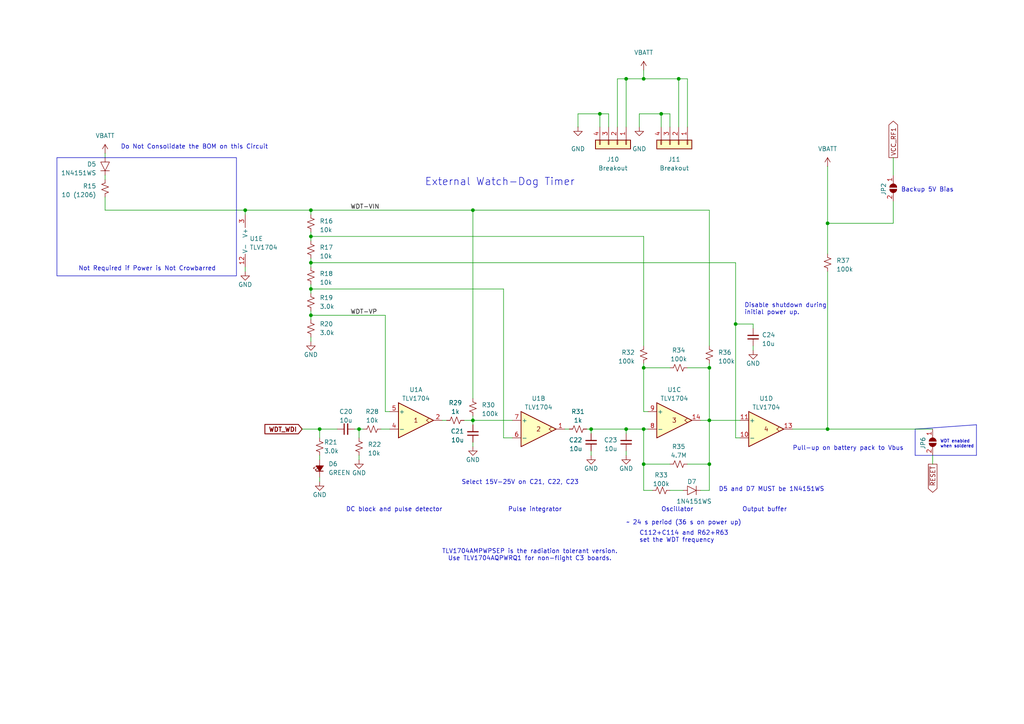
<source format=kicad_sch>
(kicad_sch (version 20250114) (generator "eeschema") (generator_version "9.0")
  (paper "A4")
  (lib_symbols
    (symbol "Connector_Generic:Conn_01x04" (pin_names (offset 1.016) (hide yes))
      (property "Reference" "J" (at 0 5.08 0))
      (property "Value" "Conn_01x04" (at 0 -7.62 0))
      (symbol "Conn_01x04_1_1"
        (rectangle (start -1.27 3.81) (end 1.27 -6.35) (stroke (width 0.254)) (fill (type background)))
        (rectangle (start -1.27 2.667) (end 0 2.413) (stroke (width 0.1524)))
        (rectangle (start -1.27 0.127) (end 0 -0.127) (stroke (width 0.1524)))
        (rectangle (start -1.27 -2.413) (end 0 -2.667) (stroke (width 0.1524)))
        (rectangle (start -1.27 -4.953) (end 0 -5.207) (stroke (width 0.1524)))
        (pin passive line (at -5.08 2.54 0) (length 3.81) (name "Pin_1") (number "1"))
        (pin passive line (at -5.08 0 0) (length 3.81) (name "Pin_2") (number "2"))
        (pin passive line (at -5.08 -2.54 0) (length 3.81) (name "Pin_3") (number "3"))
        (pin passive line (at -5.08 -5.08 0) (length 3.81) (name "Pin_4") (number "4"))
      )
    )
    (symbol "Device:C_Small" (pin_numbers (hide yes)) (pin_names (offset 0.254) (hide yes))
      (property "Reference" "C" (at 0.254 1.778 0))
      (property "Value" "C_Small" (at 0.254 -2.032 0))
      (symbol "C_Small_0_1"
        (polyline (pts (xy -1.524 0.508) (xy 1.524 0.508)) (stroke (width 0.3048)))
        (polyline (pts (xy -1.524 -0.508) (xy 1.524 -0.508)) (stroke (width 0.3302)))
      )
      (symbol "C_Small_1_1"
        (pin passive line (at 0 2.54 270) (length 2.032) (name "~") (number "1"))
        (pin passive line (at 0 -2.54 90) (length 2.032) (name "~") (number "2"))
      )
    )
    (symbol "Device:LED_Small_Filled" (pin_numbers (hide yes)) (pin_names (offset 0.254) (hide yes))
      (property "Reference" "D" (at -1.27 3.175 0))
      (property "Value" "LED_Small_Filled" (at -4.445 -2.54 0))
      (symbol "LED_Small_Filled_0_1"
        (polyline (pts (xy -0.762 -1.016) (xy -0.762 1.016)) (stroke (width 0.254)))
        (polyline (pts (xy 0 0.762) (xy -0.508 1.27) (xy -0.254 1.27) (xy -0.508 1.27) (xy -0.508 1.016)))
        (polyline (pts (xy 0.508 1.27) (xy 0 1.778) (xy 0.254 1.778) (xy 0 1.778) (xy 0 1.524)))
        (polyline (pts (xy 0.762 -1.016) (xy -0.762 0) (xy 0.762 1.016) (xy 0.762 -1.016)) (stroke (width 0.254)) (fill (type outline)))
        (polyline (pts (xy 1.016 0) (xy -0.762 0)))
      )
      (symbol "LED_Small_Filled_1_1"
        (pin passive line (at -2.54 0 0) (length 1.778) (name "K") (number "1"))
        (pin passive line (at 2.54 0 180) (length 1.778) (name "A") (number "2"))
      )
    )
    (symbol "Device:R_Small_US" (pin_numbers (hide yes)) (pin_names (offset 0.254) (hide yes))
      (property "Reference" "R" (at 0.762 0.508 0))
      (property "Value" "R_Small_US" (at 0.762 -1.016 0))
      (symbol "R_Small_US_1_1"
        (polyline (pts (xy 0 1.524) (xy 1.016 1.143) (xy 0 0.762) (xy -1.016 0.381) (xy 0 0)))
        (polyline (pts (xy 0 0) (xy 1.016 -0.381) (xy 0 -0.762) (xy -1.016 -1.143) (xy 0 -1.524)))
        (pin passive line (at 0 2.54 270) (length 1.016) (name "~") (number "1"))
        (pin passive line (at 0 -2.54 90) (length 1.016) (name "~") (number "2"))
      )
    )
    (symbol "GND_1" (power) (pin_numbers (hide yes)) (pin_names (offset 0) (hide yes))
      (property "Value" "GND" (at 0 -3.81 0))
      (symbol "GND_1_0_1"
        (polyline (pts (xy 0 0) (xy 0 -1.27) (xy 1.27 -1.27) (xy 0 -2.54) (xy -1.27 -1.27) (xy 0 -1.27)))
      )
      (symbol "GND_1_1_1"
        (pin power_in line (at 0 0 270) (length 0) (name "~") (number "1"))
      )
    )
    (symbol "Jumper:SolderJumper_2_Open" (pin_names (offset 0) (hide yes))
      (property "Reference" "JP" (at 0 2.032 0))
      (property "Value" "SolderJumper_2_Open" (at 0 -2.54 0))
      (symbol "SolderJumper_2_Open_0_1"
        (polyline (pts (xy -0.254 1.016) (xy -0.254 -1.016)))
        (arc (start -0.254 -1.016) (mid -1.2656 0) (end -0.254 1.016))
        (arc (start -0.254 -1.016) (mid -1.2656 0) (end -0.254 1.016) (fill (type outline)))
        (arc (start 0.254 1.016) (mid 1.2656 0) (end 0.254 -1.016))
        (arc (start 0.254 1.016) (mid 1.2656 0) (end 0.254 -1.016) (fill (type outline)))
        (polyline (pts (xy 0.254 1.016) (xy 0.254 -1.016)))
      )
      (symbol "SolderJumper_2_Open_1_1"
        (pin passive line (at -3.81 0 0) (length 2.54) (name "A") (number "1"))
        (pin passive line (at 3.81 0 180) (length 2.54) (name "B") (number "2"))
      )
    )
    (symbol "TLV1704AIPWR_1" (pin_names (offset 0.127))
      (property "Reference" "U" (at 0 5.08 0))
      (property "Value" "TLV1704AIPWR" (at 0 -5.08 0))
      (symbol "TLV1704AIPWR_1_1_1"
        (polyline (pts (xy -5.08 5.08) (xy 5.08 0) (xy -5.08 -5.08) (xy -5.08 5.08)) (stroke (width 0.254)) (fill (type background)))
        (polyline (pts (xy 3.048 0) (xy 3.81 -0.635)))
        (polyline (pts (xy 3.81 0.635) (xy 3.048 0)))
        (text "1" (at 0 0 0) (effects (font (size 1.27 1.27))))
        (pin input line (at -7.62 2.54 0) (length 2.54) (name "+") (number "5"))
        (pin input line (at -7.62 -2.54 0) (length 2.54) (name "-") (number "4"))
        (pin open_collector line (at 7.62 0 180) (length 2.54) (name "~") (number "2"))
      )
      (symbol "TLV1704AIPWR_1_2_1"
        (polyline (pts (xy -5.08 5.08) (xy 5.08 0) (xy -5.08 -5.08) (xy -5.08 5.08)) (stroke (width 0.254)) (fill (type background)))
        (polyline (pts (xy 3.048 0) (xy 3.81 -0.635)))
        (polyline (pts (xy 3.81 0.635) (xy 3.048 0)))
        (text "2" (at 0 0 0) (effects (font (size 1.27 1.27))))
        (pin input line (at -7.62 2.54 0) (length 2.54) (name "+") (number "7"))
        (pin input line (at -7.62 -2.54 0) (length 2.54) (name "-") (number "6"))
        (pin open_collector line (at 7.62 0 180) (length 2.54) (name "~") (number "1"))
      )
      (symbol "TLV1704AIPWR_1_3_1"
        (polyline (pts (xy -5.08 5.08) (xy 5.08 0) (xy -5.08 -5.08) (xy -5.08 5.08)) (stroke (width 0.254)) (fill (type background)))
        (polyline (pts (xy 3.048 0) (xy 3.81 -0.635)))
        (polyline (pts (xy 3.81 0.635) (xy 3.048 0)))
        (text "3" (at 0 0 0) (effects (font (size 1.27 1.27))))
        (pin input line (at -7.62 2.54 0) (length 2.54) (name "+") (number "9"))
        (pin input line (at -7.62 -2.54 0) (length 2.54) (name "-") (number "8"))
        (pin open_collector line (at 7.62 0 180) (length 2.54) (name "~") (number "14"))
      )
      (symbol "TLV1704AIPWR_1_4_1"
        (polyline (pts (xy -5.08 5.08) (xy 5.08 0) (xy -5.08 -5.08) (xy -5.08 5.08)) (stroke (width 0.254)) (fill (type background)))
        (polyline (pts (xy 3.048 0) (xy 3.81 -0.635)))
        (polyline (pts (xy 3.81 0.635) (xy 3.048 0)))
        (text "4" (at 0 0 0) (effects (font (size 1.27 1.27))))
        (pin input line (at -7.62 2.54 0) (length 2.54) (name "+") (number "11"))
        (pin input line (at -7.62 -2.54 0) (length 2.54) (name "-") (number "10"))
        (pin open_collector line (at 7.62 0 180) (length 2.54) (name "~") (number "13"))
      )
      (symbol "TLV1704AIPWR_1_5_1"
        (pin power_in line (at -2.54 7.62 270) (length 3.81) (name "V+") (number "3"))
        (pin power_in line (at -2.54 -7.62 90) (length 3.81) (name "V-") (number "12"))
      )
    )
    (symbol "TLV1704AIPWR_2" (pin_names (offset 0.127))
      (property "Reference" "U" (at 0 5.08 0))
      (property "Value" "TLV1704AIPWR" (at 0 -5.08 0))
      (symbol "TLV1704AIPWR_2_1_1"
        (polyline (pts (xy -5.08 5.08) (xy 5.08 0) (xy -5.08 -5.08) (xy -5.08 5.08)) (stroke (width 0.254)) (fill (type background)))
        (polyline (pts (xy 3.048 0) (xy 3.81 -0.635)))
        (polyline (pts (xy 3.81 0.635) (xy 3.048 0)))
        (text "1" (at 0 0 0) (effects (font (size 1.27 1.27))))
        (pin input line (at -7.62 2.54 0) (length 2.54) (name "+") (number "5"))
        (pin input line (at -7.62 -2.54 0) (length 2.54) (name "-") (number "4"))
        (pin open_collector line (at 7.62 0 180) (length 2.54) (name "~") (number "2"))
      )
      (symbol "TLV1704AIPWR_2_2_1"
        (polyline (pts (xy -5.08 5.08) (xy 5.08 0) (xy -5.08 -5.08) (xy -5.08 5.08)) (stroke (width 0.254)) (fill (type background)))
        (polyline (pts (xy 3.048 0) (xy 3.81 -0.635)))
        (polyline (pts (xy 3.81 0.635) (xy 3.048 0)))
        (text "2" (at 0 0 0) (effects (font (size 1.27 1.27))))
        (pin input line (at -7.62 2.54 0) (length 2.54) (name "+") (number "7"))
        (pin input line (at -7.62 -2.54 0) (length 2.54) (name "-") (number "6"))
        (pin open_collector line (at 7.62 0 180) (length 2.54) (name "~") (number "1"))
      )
      (symbol "TLV1704AIPWR_2_3_1"
        (polyline (pts (xy -5.08 5.08) (xy 5.08 0) (xy -5.08 -5.08) (xy -5.08 5.08)) (stroke (width 0.254)) (fill (type background)))
        (polyline (pts (xy 3.048 0) (xy 3.81 -0.635)))
        (polyline (pts (xy 3.81 0.635) (xy 3.048 0)))
        (text "3" (at 0 0 0) (effects (font (size 1.27 1.27))))
        (pin input line (at -7.62 2.54 0) (length 2.54) (name "+") (number "9"))
        (pin input line (at -7.62 -2.54 0) (length 2.54) (name "-") (number "8"))
        (pin open_collector line (at 7.62 0 180) (length 2.54) (name "~") (number "14"))
      )
      (symbol "TLV1704AIPWR_2_4_1"
        (polyline (pts (xy -5.08 5.08) (xy 5.08 0) (xy -5.08 -5.08) (xy -5.08 5.08)) (stroke (width 0.254)) (fill (type background)))
        (polyline (pts (xy 3.048 0) (xy 3.81 -0.635)))
        (polyline (pts (xy 3.81 0.635) (xy 3.048 0)))
        (text "4" (at 0 0 0) (effects (font (size 1.27 1.27))))
        (pin input line (at -7.62 2.54 0) (length 2.54) (name "+") (number "11"))
        (pin input line (at -7.62 -2.54 0) (length 2.54) (name "-") (number "10"))
        (pin open_collector line (at 7.62 0 180) (length 2.54) (name "~") (number "13"))
      )
      (symbol "TLV1704AIPWR_2_5_1"
        (pin power_in line (at -2.54 7.62 270) (length 3.81) (name "V+") (number "3"))
        (pin power_in line (at -2.54 -7.62 90) (length 3.81) (name "V-") (number "12"))
      )
    )
    (symbol "TLV1704AIPWR_3" (pin_names (offset 0.127))
      (property "Reference" "U" (at 0 5.08 0))
      (property "Value" "TLV1704AIPWR" (at 0 -5.08 0))
      (symbol "TLV1704AIPWR_3_1_1"
        (polyline (pts (xy -5.08 5.08) (xy 5.08 0) (xy -5.08 -5.08) (xy -5.08 5.08)) (stroke (width 0.254)) (fill (type background)))
        (polyline (pts (xy 3.048 0) (xy 3.81 -0.635)))
        (polyline (pts (xy 3.81 0.635) (xy 3.048 0)))
        (text "1" (at 0 0 0) (effects (font (size 1.27 1.27))))
        (pin input line (at -7.62 2.54 0) (length 2.54) (name "+") (number "5"))
        (pin input line (at -7.62 -2.54 0) (length 2.54) (name "-") (number "4"))
        (pin open_collector line (at 7.62 0 180) (length 2.54) (name "~") (number "2"))
      )
      (symbol "TLV1704AIPWR_3_2_1"
        (polyline (pts (xy -5.08 5.08) (xy 5.08 0) (xy -5.08 -5.08) (xy -5.08 5.08)) (stroke (width 0.254)) (fill (type background)))
        (polyline (pts (xy 3.048 0) (xy 3.81 -0.635)))
        (polyline (pts (xy 3.81 0.635) (xy 3.048 0)))
        (text "2" (at 0 0 0) (effects (font (size 1.27 1.27))))
        (pin input line (at -7.62 2.54 0) (length 2.54) (name "+") (number "7"))
        (pin input line (at -7.62 -2.54 0) (length 2.54) (name "-") (number "6"))
        (pin open_collector line (at 7.62 0 180) (length 2.54) (name "~") (number "1"))
      )
      (symbol "TLV1704AIPWR_3_3_1"
        (polyline (pts (xy -5.08 5.08) (xy 5.08 0) (xy -5.08 -5.08) (xy -5.08 5.08)) (stroke (width 0.254)) (fill (type background)))
        (polyline (pts (xy 3.048 0) (xy 3.81 -0.635)))
        (polyline (pts (xy 3.81 0.635) (xy 3.048 0)))
        (text "3" (at 0 0 0) (effects (font (size 1.27 1.27))))
        (pin input line (at -7.62 2.54 0) (length 2.54) (name "+") (number "9"))
        (pin input line (at -7.62 -2.54 0) (length 2.54) (name "-") (number "8"))
        (pin open_collector line (at 7.62 0 180) (length 2.54) (name "~") (number "14"))
      )
      (symbol "TLV1704AIPWR_3_4_1"
        (polyline (pts (xy -5.08 5.08) (xy 5.08 0) (xy -5.08 -5.08) (xy -5.08 5.08)) (stroke (width 0.254)) (fill (type background)))
        (polyline (pts (xy 3.048 0) (xy 3.81 -0.635)))
        (polyline (pts (xy 3.81 0.635) (xy 3.048 0)))
        (text "4" (at 0 0 0) (effects (font (size 1.27 1.27))))
        (pin input line (at -7.62 2.54 0) (length 2.54) (name "+") (number "11"))
        (pin input line (at -7.62 -2.54 0) (length 2.54) (name "-") (number "10"))
        (pin open_collector line (at 7.62 0 180) (length 2.54) (name "~") (number "13"))
      )
      (symbol "TLV1704AIPWR_3_5_1"
        (pin power_in line (at -2.54 7.62 270) (length 3.81) (name "V+") (number "3"))
        (pin power_in line (at -2.54 -7.62 90) (length 3.81) (name "V-") (number "12"))
      )
    )
    (symbol "TLV1704AIPWR_4" (pin_names (offset 0.127))
      (property "Reference" "U" (at 0 5.08 0))
      (property "Value" "TLV1704AIPWR" (at 0 -5.08 0))
      (symbol "TLV1704AIPWR_4_1_1"
        (polyline (pts (xy -5.08 5.08) (xy 5.08 0) (xy -5.08 -5.08) (xy -5.08 5.08)) (stroke (width 0.254)) (fill (type background)))
        (polyline (pts (xy 3.048 0) (xy 3.81 -0.635)))
        (polyline (pts (xy 3.81 0.635) (xy 3.048 0)))
        (text "1" (at 0 0 0) (effects (font (size 1.27 1.27))))
        (pin input line (at -7.62 2.54 0) (length 2.54) (name "+") (number "5"))
        (pin input line (at -7.62 -2.54 0) (length 2.54) (name "-") (number "4"))
        (pin open_collector line (at 7.62 0 180) (length 2.54) (name "~") (number "2"))
      )
      (symbol "TLV1704AIPWR_4_2_1"
        (polyline (pts (xy -5.08 5.08) (xy 5.08 0) (xy -5.08 -5.08) (xy -5.08 5.08)) (stroke (width 0.254)) (fill (type background)))
        (polyline (pts (xy 3.048 0) (xy 3.81 -0.635)))
        (polyline (pts (xy 3.81 0.635) (xy 3.048 0)))
        (text "2" (at 0 0 0) (effects (font (size 1.27 1.27))))
        (pin input line (at -7.62 2.54 0) (length 2.54) (name "+") (number "7"))
        (pin input line (at -7.62 -2.54 0) (length 2.54) (name "-") (number "6"))
        (pin open_collector line (at 7.62 0 180) (length 2.54) (name "~") (number "1"))
      )
      (symbol "TLV1704AIPWR_4_3_1"
        (polyline (pts (xy -5.08 5.08) (xy 5.08 0) (xy -5.08 -5.08) (xy -5.08 5.08)) (stroke (width 0.254)) (fill (type background)))
        (polyline (pts (xy 3.048 0) (xy 3.81 -0.635)))
        (polyline (pts (xy 3.81 0.635) (xy 3.048 0)))
        (text "3" (at 0 0 0) (effects (font (size 1.27 1.27))))
        (pin input line (at -7.62 2.54 0) (length 2.54) (name "+") (number "9"))
        (pin input line (at -7.62 -2.54 0) (length 2.54) (name "-") (number "8"))
        (pin open_collector line (at 7.62 0 180) (length 2.54) (name "~") (number "14"))
      )
      (symbol "TLV1704AIPWR_4_4_1"
        (polyline (pts (xy -5.08 5.08) (xy 5.08 0) (xy -5.08 -5.08) (xy -5.08 5.08)) (stroke (width 0.254)) (fill (type background)))
        (polyline (pts (xy 3.048 0) (xy 3.81 -0.635)))
        (polyline (pts (xy 3.81 0.635) (xy 3.048 0)))
        (text "4" (at 0 0 0) (effects (font (size 1.27 1.27))))
        (pin input line (at -7.62 2.54 0) (length 2.54) (name "+") (number "11"))
        (pin input line (at -7.62 -2.54 0) (length 2.54) (name "-") (number "10"))
        (pin open_collector line (at 7.62 0 180) (length 2.54) (name "~") (number "13"))
      )
      (symbol "TLV1704AIPWR_4_5_1"
        (pin power_in line (at -2.54 7.62 270) (length 3.81) (name "V+") (number "3"))
        (pin power_in line (at -2.54 -7.62 90) (length 3.81) (name "V-") (number "12"))
      )
    )
    (symbol "oresat-diodes:1N4151WS-HE3" (pin_numbers (hide yes)) (pin_names (offset 0) (hide yes))
      (property "Reference" "D" (at 0 2.54 0))
      (property "Value" "1N4151WS" (at 0 -2.54 0))
      (symbol "1N4151WS-HE3_0_1"
        (polyline (pts (xy 1.27 0) (xy 1.27 1.27) (xy 1.27 -1.27) (xy 1.27 0) (xy -1.27 1.27) (xy -1.27 -1.27) (xy 1.27 0)))
      )
      (symbol "1N4151WS-HE3_1_1"
        (pin passive line (at -2.54 0 0) (length 1.27) (name "2") (number "2"))
        (pin passive line (at 2.54 0 180) (length 1.27) (name "1") (number "1"))
      )
    )
    (symbol "oresat-ics:TLV1704AIPWR" (pin_names (offset 0.127))
      (property "Reference" "U" (at 0 5.08 0))
      (property "Value" "TLV1704AIPWR" (at 0 -5.08 0))
      (symbol "TLV1704AIPWR_1_1"
        (polyline (pts (xy -5.08 5.08) (xy 5.08 0) (xy -5.08 -5.08) (xy -5.08 5.08)) (stroke (width 0.254)) (fill (type background)))
        (polyline (pts (xy 3.048 0) (xy 3.81 -0.635)))
        (polyline (pts (xy 3.81 0.635) (xy 3.048 0)))
        (text "1" (at 0 0 0) (effects (font (size 1.27 1.27))))
        (pin input line (at -7.62 2.54 0) (length 2.54) (name "+") (number "5"))
        (pin input line (at -7.62 -2.54 0) (length 2.54) (name "-") (number "4"))
        (pin open_collector line (at 7.62 0 180) (length 2.54) (name "~") (number "2"))
      )
      (symbol "TLV1704AIPWR_2_1"
        (polyline (pts (xy -5.08 5.08) (xy 5.08 0) (xy -5.08 -5.08) (xy -5.08 5.08)) (stroke (width 0.254)) (fill (type background)))
        (polyline (pts (xy 3.048 0) (xy 3.81 -0.635)))
        (polyline (pts (xy 3.81 0.635) (xy 3.048 0)))
        (text "2" (at 0 0 0) (effects (font (size 1.27 1.27))))
        (pin input line (at -7.62 2.54 0) (length 2.54) (name "+") (number "7"))
        (pin input line (at -7.62 -2.54 0) (length 2.54) (name "-") (number "6"))
        (pin open_collector line (at 7.62 0 180) (length 2.54) (name "~") (number "1"))
      )
      (symbol "TLV1704AIPWR_3_1"
        (polyline (pts (xy -5.08 5.08) (xy 5.08 0) (xy -5.08 -5.08) (xy -5.08 5.08)) (stroke (width 0.254)) (fill (type background)))
        (polyline (pts (xy 3.048 0) (xy 3.81 -0.635)))
        (polyline (pts (xy 3.81 0.635) (xy 3.048 0)))
        (text "3" (at 0 0 0) (effects (font (size 1.27 1.27))))
        (pin input line (at -7.62 2.54 0) (length 2.54) (name "+") (number "9"))
        (pin input line (at -7.62 -2.54 0) (length 2.54) (name "-") (number "8"))
        (pin open_collector line (at 7.62 0 180) (length 2.54) (name "~") (number "14"))
      )
      (symbol "TLV1704AIPWR_4_1"
        (polyline (pts (xy -5.08 5.08) (xy 5.08 0) (xy -5.08 -5.08) (xy -5.08 5.08)) (stroke (width 0.254)) (fill (type background)))
        (polyline (pts (xy 3.048 0) (xy 3.81 -0.635)))
        (polyline (pts (xy 3.81 0.635) (xy 3.048 0)))
        (text "4" (at 0 0 0) (effects (font (size 1.27 1.27))))
        (pin input line (at -7.62 2.54 0) (length 2.54) (name "+") (number "11"))
        (pin input line (at -7.62 -2.54 0) (length 2.54) (name "-") (number "10"))
        (pin open_collector line (at 7.62 0 180) (length 2.54) (name "~") (number "13"))
      )
      (symbol "TLV1704AIPWR_5_1"
        (pin power_in line (at -2.54 7.62 270) (length 3.81) (name "V+") (number "3"))
        (pin power_in line (at -2.54 -7.62 90) (length 3.81) (name "V-") (number "12"))
      )
    )
    (symbol "power:GND" (power) (pin_names (offset 0))
      (property "Value" "GND" (at 0 -3.81 0))
      (symbol "GND_0_1"
        (polyline (pts (xy 0 0) (xy 0 -1.27) (xy 1.27 -1.27) (xy 0 -2.54) (xy -1.27 -1.27) (xy 0 -1.27)))
      )
      (symbol "GND_1_1"
        (pin power_in line (at 0 0 270) (length 0) (hide yes) (name "GND") (number "1"))
      )
    )
    (symbol "power:VBUS" (power) (pin_numbers (hide yes)) (pin_names (offset 0) (hide yes))
      (property "Value" "VBUS" (at 0 3.556 0))
      (symbol "VBUS_0_1"
        (polyline (pts (xy -0.762 1.27) (xy 0 2.54)))
        (polyline (pts (xy 0 2.54) (xy 0.762 1.27)))
        (polyline (pts (xy 0 0) (xy 0 2.54)))
      )
      (symbol "VBUS_1_1"
        (pin power_in line (at 0 0 90) (length 0) (name "~") (number "1"))
      )
    )
  )
  (rectangle (start 16.51 45.72) (end 68.58 80.01))
  (text "Disable shutdown during\ninitial power up." (at 215.9 91.44 0) (effects (font (size 1.27 1.27)) (justify left bottom)))
  (text "Select 15V-25V on C21, C22, C23" (at 150.876 139.954 0) (effects (font (size 1.27 1.27))))
  (text "WDT enabled\nwhen soldered" (at 272.669 130.048 0) (effects (font (size 0.889 0.889)) (justify left bottom)))
  (text "Do Not Consolidate the BOM on this Circuit" (at 56.388 42.672 0) (effects (font (size 1.27 1.27))))
  (text "Pull-up on battery pack to Vbus" (at 229.87 130.81 0) (effects (font (size 1.27 1.27)) (justify left bottom)))
  (text "C112+C114 and R62+R63 \nset the WDT frequency" (at 185.42 157.48 0) (effects (font (size 1.27 1.27)) (justify left bottom)))
  (text "D5 and D7 MUST be 1N4151WS" (at 223.774 141.986 0) (effects (font (size 1.27 1.27))))
  (text "External Watch-Dog Timer" (at 123.19 54.102 0) (effects (font (size 2.159 2.159)) (justify left bottom)))
  (text "Output buffer" (at 215.265 148.59 0) (effects (font (size 1.27 1.27)) (justify left bottom)))
  (text "Backup 5V Bias" (at 268.986 55.118 0) (effects (font (size 1.27 1.27))))
  (text "DC block and pulse detector" (at 100.33 148.59 0) (effects (font (size 1.27 1.27)) (justify left bottom)))
  (text "Oscillator" (at 191.77 148.59 0) (effects (font (size 1.27 1.27)) (justify left bottom)))
  (text "Pulse integrator" (at 147.32 148.59 0) (effects (font (size 1.27 1.27)) (justify left bottom)))
  (text "~ 24 s period (36 s on power up)" (at 181.61 152.4 0) (effects (font (size 1.27 1.27)) (justify left bottom)))
  (text "Not Required if Power is Not Crowbarred " (at 43.18 77.978 0) (effects (font (size 1.27 1.27))))
  (text "TLV1704AMPWPSEP is the radiation tolerant version.\nUse TLV1704AQPWRQ1 for non-flight C3 boards." (at 153.67 161.036 0) (effects (font (size 1.27 1.27))))
  (junction (at 186.69 106.68))
  (junction (at 173.99 33.02))
  (junction (at 186.69 22.86))
  (junction (at 171.45 124.46))
  (junction (at 196.85 22.86))
  (junction (at 90.17 60.96))
  (junction (at 71.12 60.96))
  (junction (at 205.74 121.92))
  (junction (at 191.77 33.02))
  (junction (at 186.69 134.62))
  (junction (at 181.61 124.46))
  (junction (at 90.17 91.44))
  (junction (at 137.16 60.96))
  (junction (at 137.16 121.92))
  (junction (at 240.03 124.46))
  (junction (at 90.17 68.58))
  (junction (at 90.17 76.2))
  (junction (at 240.03 64.77))
  (junction (at 104.14 124.46))
  (junction (at 213.36 93.98))
  (junction (at 205.74 134.62))
  (junction (at 92.71 124.46))
  (junction (at 181.61 22.86))
  (junction (at 90.17 83.82))
  (junction (at 186.69 124.46))
  (junction (at 205.74 106.68))
  (wire (pts (xy 179.07 22.86) (xy 181.61 22.86)))
  (polyline (pts (xy 283.21 123.19) (xy 283.21 132.08)))
  (wire (pts (xy 90.17 67.31) (xy 90.17 68.58)))
  (wire (pts (xy 186.69 124.46) (xy 187.96 124.46)))
  (wire (pts (xy 167.64 33.02) (xy 167.64 36.83)))
  (wire (pts (xy 194.31 134.62) (xy 186.69 134.62)))
  (wire (pts (xy 186.69 142.24) (xy 189.23 142.24)))
  (wire (pts (xy 213.36 127) (xy 214.63 127)))
  (wire (pts (xy 90.17 91.44) (xy 90.17 92.71)))
  (wire (pts (xy 181.61 125.73) (xy 181.61 124.46)))
  (wire (pts (xy 90.17 97.79) (xy 90.17 99.06)))
  (wire (pts (xy 181.61 132.08) (xy 181.61 130.81)))
  (wire (pts (xy 199.39 106.68) (xy 205.74 106.68)))
  (wire (pts (xy 194.31 142.24) (xy 198.12 142.24)))
  (wire (pts (xy 87.63 124.46) (xy 92.71 124.46)))
  (wire (pts (xy 205.74 106.68) (xy 205.74 121.92)))
  (wire (pts (xy 104.14 124.46) (xy 104.14 127)))
  (wire (pts (xy 171.45 124.46) (xy 171.45 125.73)))
  (wire (pts (xy 199.39 22.86) (xy 196.85 22.86)))
  (wire (pts (xy 186.69 100.33) (xy 186.69 68.58)))
  (wire (pts (xy 71.12 60.96) (xy 90.17 60.96)))
  (wire (pts (xy 196.85 36.83) (xy 196.85 22.86)))
  (wire (pts (xy 170.18 124.46) (xy 171.45 124.46)))
  (wire (pts (xy 92.71 124.46) (xy 97.79 124.46)))
  (wire (pts (xy 30.48 44.45) (xy 30.48 45.72)))
  (wire (pts (xy 191.77 33.02) (xy 194.31 33.02)))
  (wire (pts (xy 137.16 129.54) (xy 137.16 128.27)))
  (wire (pts (xy 205.74 100.33) (xy 205.74 60.96)))
  (wire (pts (xy 179.07 36.83) (xy 179.07 22.86)))
  (wire (pts (xy 218.44 101.6) (xy 218.44 100.33)))
  (wire (pts (xy 205.74 121.92) (xy 214.63 121.92)))
  (wire (pts (xy 30.48 57.15) (xy 30.48 60.96)))
  (wire (pts (xy 187.96 119.38) (xy 186.69 119.38)))
  (wire (pts (xy 218.44 95.25) (xy 218.44 93.98)))
  (wire (pts (xy 128.27 121.92) (xy 129.54 121.92)))
  (wire (pts (xy 137.16 121.92) (xy 137.16 123.19)))
  (wire (pts (xy 186.69 68.58) (xy 90.17 68.58)))
  (polyline (pts (xy 283.21 132.08) (xy 265.43 132.08)))
  (wire (pts (xy 104.14 124.46) (xy 105.41 124.46)))
  (wire (pts (xy 240.03 48.26) (xy 240.03 64.77)))
  (wire (pts (xy 205.74 105.41) (xy 205.74 106.68)))
  (wire (pts (xy 259.08 58.42) (xy 259.08 64.77)))
  (wire (pts (xy 137.16 60.96) (xy 137.16 115.57)))
  (wire (pts (xy 90.17 68.58) (xy 90.17 69.85)))
  (wire (pts (xy 270.51 132.08) (xy 270.51 134.62)))
  (wire (pts (xy 213.36 93.98) (xy 218.44 93.98)))
  (wire (pts (xy 90.17 82.55) (xy 90.17 83.82)))
  (wire (pts (xy 181.61 22.86) (xy 181.61 36.83)))
  (wire (pts (xy 240.03 124.46) (xy 270.51 124.46)))
  (wire (pts (xy 185.42 33.02) (xy 185.42 36.83)))
  (wire (pts (xy 205.74 142.24) (xy 205.74 134.62)))
  (wire (pts (xy 181.61 124.46) (xy 186.69 124.46)))
  (polyline (pts (xy 265.43 132.08) (xy 265.43 124.46)))
  (wire (pts (xy 90.17 74.93) (xy 90.17 76.2)))
  (wire (pts (xy 90.17 76.2) (xy 213.36 76.2)))
  (wire (pts (xy 186.69 119.38) (xy 186.69 106.68)))
  (wire (pts (xy 186.69 134.62) (xy 186.69 124.46)))
  (wire (pts (xy 111.76 91.44) (xy 111.76 119.38)))
  (wire (pts (xy 137.16 60.96) (xy 205.74 60.96)))
  (wire (pts (xy 90.17 62.23) (xy 90.17 60.96)))
  (wire (pts (xy 196.85 22.86) (xy 186.69 22.86)))
  (wire (pts (xy 229.87 124.46) (xy 240.03 124.46)))
  (wire (pts (xy 110.49 124.46) (xy 113.03 124.46)))
  (wire (pts (xy 92.71 132.08) (xy 92.71 133.35)))
  (wire (pts (xy 203.2 121.92) (xy 205.74 121.92)))
  (wire (pts (xy 137.16 121.92) (xy 137.16 120.65)))
  (wire (pts (xy 186.69 22.86) (xy 186.69 20.32)))
  (wire (pts (xy 71.12 78.74) (xy 71.12 77.47)))
  (wire (pts (xy 30.48 50.8) (xy 30.48 52.07)))
  (wire (pts (xy 163.83 124.46) (xy 165.1 124.46)))
  (wire (pts (xy 102.87 124.46) (xy 104.14 124.46)))
  (wire (pts (xy 111.76 119.38) (xy 113.03 119.38)))
  (wire (pts (xy 191.77 36.83) (xy 191.77 33.02)))
  (wire (pts (xy 92.71 139.7) (xy 92.71 138.43)))
  (wire (pts (xy 186.69 106.68) (xy 194.31 106.68)))
  (wire (pts (xy 259.08 45.72) (xy 259.08 50.8)))
  (wire (pts (xy 181.61 22.86) (xy 186.69 22.86)))
  (wire (pts (xy 259.08 64.77) (xy 240.03 64.77)))
  (wire (pts (xy 146.05 127) (xy 148.59 127)))
  (wire (pts (xy 173.99 36.83) (xy 173.99 33.02)))
  (wire (pts (xy 90.17 83.82) (xy 146.05 83.82)))
  (wire (pts (xy 173.99 33.02) (xy 167.64 33.02)))
  (wire (pts (xy 186.69 142.24) (xy 186.69 134.62)))
  (wire (pts (xy 205.74 134.62) (xy 205.74 121.92)))
  (wire (pts (xy 137.16 60.96) (xy 90.17 60.96)))
  (wire (pts (xy 173.99 33.02) (xy 176.53 33.02)))
  (polyline (pts (xy 265.43 124.46) (xy 283.21 123.19)))
  (wire (pts (xy 90.17 76.2) (xy 90.17 77.47)))
  (wire (pts (xy 203.2 142.24) (xy 205.74 142.24)))
  (wire (pts (xy 134.62 121.92) (xy 137.16 121.92)))
  (wire (pts (xy 104.14 132.08) (xy 104.14 133.35)))
  (wire (pts (xy 90.17 91.44) (xy 111.76 91.44)))
  (wire (pts (xy 194.31 33.02) (xy 194.31 36.83)))
  (wire (pts (xy 171.45 124.46) (xy 181.61 124.46)))
  (wire (pts (xy 90.17 90.17) (xy 90.17 91.44)))
  (wire (pts (xy 199.39 134.62) (xy 205.74 134.62)))
  (wire (pts (xy 30.48 60.96) (xy 71.12 60.96)))
  (wire (pts (xy 213.36 93.98) (xy 213.36 127)))
  (wire (pts (xy 213.36 76.2) (xy 213.36 93.98)))
  (wire (pts (xy 240.03 64.77) (xy 240.03 73.66)))
  (wire (pts (xy 176.53 33.02) (xy 176.53 36.83)))
  (wire (pts (xy 171.45 132.08) (xy 171.45 130.81)))
  (wire (pts (xy 92.71 127) (xy 92.71 124.46)))
  (wire (pts (xy 137.16 121.92) (xy 148.59 121.92)))
  (wire (pts (xy 186.69 105.41) (xy 186.69 106.68)))
  (wire (pts (xy 71.12 62.23) (xy 71.12 60.96)))
  (wire (pts (xy 90.17 83.82) (xy 90.17 85.09)))
  (wire (pts (xy 240.03 78.74) (xy 240.03 124.46)))
  (wire (pts (xy 199.39 36.83) (xy 199.39 22.86)))
  (wire (pts (xy 146.05 83.82) (xy 146.05 127)))
  (wire (pts (xy 191.77 33.02) (xy 185.42 33.02)))
  (label "WDT-VP" (at 101.6 91.44 0))
  (label "WDT-VIN" (at 101.6 60.96 0))
  (global_label "VCC_RF1" (shape output) (at 259.08 45.72 90) (property "Intersheetrefs" "${INTERSHEET_REFS}" (effects (hide yes))))
  (global_label "~{RESET}" (shape output) (at 270.51 134.62 270) (property "Intersheetrefs" "${INTERSHEET_REFS}" (effects (hide yes))))
  (global_label "WDT_WDI" (shape input) (at 87.63 124.46 180) (effects (font (thickness 0.254) (bold yes))) (property "Intersheetrefs" "${INTERSHEET_REFS}" (effects (hide yes))))
  (symbol (lib_id "power:VBUS") (at 30.48 44.45 0) (unit 1)
    (property "Reference" "#PWR013" (effects (hide yes)))
    (property "Value" "VBATT" (at 30.48 39.37 0))
    (property "Description" "Power symbol creates a global label with name \"VBUS\"" (effects (hide yes)))
  )
  (symbol (lib_id "oresat-ics:TLV1704AIPWR") (at 73.66 69.85 0) (unit 5)
    (property "Reference" "U1" (at 72.39 69.215 0) (effects (justify left)))
    (property "Value" "TLV1704" (at 72.39 71.755 0) (effects (justify left)))
    (property "Footprint" "Package_SO:TSSOP-14_4.4x5mm_P0.65mm" (effects (hide yes)))
    (property "Datasheet" "https://www.ti.com/lit/ds/symlink/tlv1704-sep.pdf" (effects (hide yes)))
    (property "Description" "Analog Comparators 2.2-V to 36-V, radiation tolerant microPower quad comparator in space enhanced plastic 14-TSSOP -55 to 125" (effects (hide yes)))
    (property "MFR" "Texas Instruments" (effects (hide yes)))
    (property "MPN" "TLV1704AQPWRQ1" (effects (hide yes)))
    (property "DST" "Digi-Key" (effects (hide yes)))
    (property "DPN" "296-43799-2-ND" (effects (hide yes)))
  )
  (symbol (lib_id "Connector_Generic:Conn_01x04") (at 179.07 41.91 270) (unit 1)
    (property "Reference" "J10" (at 177.8 46.228 90))
    (property "Value" "Breakout" (at 177.8 48.768 90))
    (property "Footprint" "Connector_PinHeader_2.54mm:PinHeader_1x04_P2.54mm_Vertical" (effects (hide yes)))
  )
  (symbol (lib_id "Connector_Generic:Conn_01x04") (at 196.85 41.91 270) (unit 1)
    (property "Reference" "J11" (at 195.58 46.228 90))
    (property "Value" "Breakout" (at 195.58 48.768 90))
    (property "Footprint" "FC_DEV_BOARD:JST_BM04B-SRSS-TB(LF)(SN)" (effects (hide yes)))
  )
  (symbol (lib_id "power:GND") (at 218.44 101.6 0) (mirror y) (unit 1)
    (property "Reference" "#PWR087" (effects (hide yes)))
    (property "Value" "GND" (at 218.44 105.41 0))
    (property "Description" "Power symbol creates a global label with name \"GND\" , ground" (effects (hide yes)))
  )
  (symbol (lib_id "Device:R_Small_US") (at 92.71 129.54 0) (unit 1)
    (property "Reference" "R21" (at 93.98 128.27 0) (effects (justify left)))
    (property "Value" "3.0k" (at 93.98 130.81 0) (effects (justify left)))
    (property "Footprint" "Resistor_SMD:R_0603_1608Metric" (effects (hide yes)))
    (property "Description" "3 kOhms ±1% 0.1W, 1/10W Chip Resistor 0603 (1608 Metric) Automotive AEC-Q200 Thick Film" (effects (hide yes)))
    (property "DPN" "RMCF0603FT3K00CT-ND" (effects (hide yes)))
    (property "DST" "Digi-Key" (effects (hide yes)))
    (property "MFR" "Stackpole Electronics Inc" (effects (hide yes)))
    (property "MPN" "RMCF0603FT3K00" (effects (hide yes)))
  )
  (symbol (lib_id "Device:R_Small_US") (at 137.16 118.11 0) (unit 1)
    (property "Reference" "R30" (at 139.7 117.475 0) (effects (justify left)))
    (property "Value" "100k" (at 139.7 120.015 0) (effects (justify left)))
    (property "Footprint" "Resistor_SMD:R_0603_1608Metric" (effects (hide yes)))
    (property "Description" "100 kOhms ±5% 0.1W, 1/10W Chip Resistor 0603 (1608 Metric) Automotive AEC-Q200 Thick Film" (effects (hide yes)))
    (property "DPN" "RMCF0603FT100KCT-ND" (effects (hide yes)))
    (property "DST" "Digi-Key" (effects (hide yes)))
    (property "MFR" "Stackpole Electronics Inc" (effects (hide yes)))
    (property "MPN" "RMCF0603FT100K" (effects (hide yes)))
  )
  (symbol (lib_id "power:GND") (at 181.61 132.08 0) (mirror y) (unit 1)
    (property "Reference" "#PWR084" (effects (hide yes)))
    (property "Value" "GND" (at 181.61 135.89 0))
    (property "Description" "Power symbol creates a global label with name \"GND\" , ground" (effects (hide yes)))
  )
  (symbol (lib_name "TLV1704AIPWR_3") (lib_id "oresat-ics:TLV1704AIPWR") (at 222.25 124.46 0) (unit 4)
    (property "Reference" "U1" (at 222.25 115.57 0))
    (property "Value" "TLV1704" (at 222.25 118.11 0))
    (property "Footprint" "Package_SO:TSSOP-14_4.4x5mm_P0.65mm" (effects (hide yes)))
    (property "Datasheet" "https://www.ti.com/lit/ds/symlink/tlv1704-sep.pdf" (effects (hide yes)))
    (property "Description" "Analog Comparators 2.2-V to 36-V, radiation tolerant microPower quad comparator in space enhanced plastic 14-TSSOP -55 to 125" (effects (hide yes)))
    (property "MFR" "Texas Instruments" (effects (hide yes)))
    (property "MPN" "TLV1704AQPWRQ1" (effects (hide yes)))
    (property "DST" "Digi-Key" (effects (hide yes)))
    (property "DPN" "296-43799-2-ND" (effects (hide yes)))
  )
  (symbol (lib_id "Device:R_Small_US") (at 90.17 87.63 0) (unit 1)
    (property "Reference" "R19" (at 92.71 86.36 0) (effects (justify left)))
    (property "Value" "3.0k" (at 92.71 88.9 0) (effects (justify left)))
    (property "Footprint" "Resistor_SMD:R_0603_1608Metric" (effects (hide yes)))
    (property "Description" "3 kOhms ±1% 0.1W, 1/10W Chip Resistor 0603 (1608 Metric) Automotive AEC-Q200 Thick Film" (effects (hide yes)))
    (property "DPN" "RMCF0603FT3K00CT-ND" (effects (hide yes)))
    (property "DST" "Digi-Key" (effects (hide yes)))
    (property "MFR" "Stackpole Electronics Inc" (effects (hide yes)))
    (property "MPN" "RMCF0603FT3K00" (effects (hide yes)))
  )
  (symbol (lib_id "Device:R_Small_US") (at 90.17 72.39 0) (unit 1)
    (property "Reference" "R17" (at 92.71 71.755 0) (effects (justify left)))
    (property "Value" "10k" (at 92.71 74.295 0) (effects (justify left)))
    (property "Footprint" "Resistor_SMD:R_0603_1608Metric" (effects (hide yes)))
    (property "Description" "10 kOhms ±1% 0.1W, 1/10W Chip Resistor 0603 (1608 Metric) Automotive AEC-Q200 Thick Film" (effects (hide yes)))
    (property "DPN" "RMCF0603FT10K0CT-ND" (effects (hide yes)))
    (property "DST" "Digi-Key" (effects (hide yes)))
    (property "MFR" "Stackpole Electronics Inc" (effects (hide yes)))
    (property "MPN" "RMCF0603FT10K0" (effects (hide yes)))
  )
  (symbol (lib_id "Device:C_Small") (at 100.33 124.46 90) (unit 1)
    (property "Reference" "C20" (at 100.3363 119.38 90))
    (property "Value" "10u" (at 100.3363 121.92 90))
    (property "Footprint" "Capacitor_SMD:C_0603_1608Metric" (effects (hide yes)))
    (property "Description" "10 µF ±10% 16V Ceramic Capacitor X5R 0603 (1608 Metric)" (effects (hide yes)))
    (property "DPN" "490-12317-1-ND" (effects (hide yes)))
    (property "DST" "Digi-Key" (effects (hide yes)))
    (property "MFR" "Murata" (effects (hide yes)))
    (property "MPN" "GRT188R61C106KE13D" (effects (hide yes)))
  )
  (symbol (lib_id "Device:R_Small_US") (at 104.14 129.54 0) (unit 1)
    (property "Reference" "R22" (at 106.68 128.905 0) (effects (justify left)))
    (property "Value" "10k" (at 106.68 131.445 0) (effects (justify left)))
    (property "Footprint" "Resistor_SMD:R_0603_1608Metric" (effects (hide yes)))
    (property "Description" "10 kOhms ±1% 0.1W, 1/10W Chip Resistor 0603 (1608 Metric) Automotive AEC-Q200 Thick Film" (effects (hide yes)))
    (property "DPN" "RMCF0603FT10K0CT-ND" (effects (hide yes)))
    (property "DST" "Digi-Key" (effects (hide yes)))
    (property "MFR" "Stackpole Electronics Inc" (effects (hide yes)))
    (property "MPN" "RMCF0603FT10K0" (effects (hide yes)))
  )
  (symbol (lib_id "Device:R_Small_US") (at 90.17 64.77 0) (unit 1)
    (property "Reference" "R16" (at 92.71 64.135 0) (effects (justify left)))
    (property "Value" "10k" (at 92.71 66.675 0) (effects (justify left)))
    (property "Footprint" "Resistor_SMD:R_0603_1608Metric" (effects (hide yes)))
    (property "Description" "10 kOhms ±1% 0.1W, 1/10W Chip Resistor 0603 (1608 Metric) Automotive AEC-Q200 Thick Film" (effects (hide yes)))
    (property "DPN" "RMCF0603FT10K0CT-ND" (effects (hide yes)))
    (property "DST" "Digi-Key" (effects (hide yes)))
    (property "MFR" "Stackpole Electronics Inc" (effects (hide yes)))
    (property "MPN" "RMCF0603FT10K0" (effects (hide yes)))
  )
  (symbol (lib_id "power:GND") (at 71.12 78.74 0) (mirror y) (unit 1)
    (property "Reference" "#PWR045" (effects (hide yes)))
    (property "Value" "GND" (at 71.12 82.55 0))
    (property "Description" "Power symbol creates a global label with name \"GND\" , ground" (effects (hide yes)))
  )
  (symbol (lib_id "Device:R_Small_US") (at 196.85 134.62 270) (unit 1)
    (property "Reference" "R35" (at 196.85 129.54 90))
    (property "Value" "4.7M" (at 196.85 132.08 90))
    (property "Footprint" "Resistor_SMD:R_0603_1608Metric" (effects (hide yes)))
    (property "Description" "4.7 MOhms ±1% 0.1W, 1/10W Chip Resistor 0603 (1608 Metric) Automotive AEC-Q200 Thick Film" (effects (hide yes)))
    (property "DPN" "RMCF0603FT4M70CT-ND" (effects (hide yes)))
    (property "DST" "Digi-Key" (effects (hide yes)))
    (property "MFR" "Stackpole Electronics Inc" (effects (hide yes)))
    (property "MPN" "RMCF0603FT4M70" (effects (hide yes)))
  )
  (symbol (lib_id "power:GND") (at 171.45 132.08 0) (mirror y) (unit 1)
    (property "Reference" "#PWR083" (effects (hide yes)))
    (property "Value" "GND" (at 171.45 135.89 0))
    (property "Description" "Power symbol creates a global label with name \"GND\" , ground" (effects (hide yes)))
  )
  (symbol (lib_id "Device:R_Small_US") (at 90.17 80.01 0) (unit 1)
    (property "Reference" "R18" (at 92.71 79.375 0) (effects (justify left)))
    (property "Value" "10k" (at 92.71 81.915 0) (effects (justify left)))
    (property "Footprint" "Resistor_SMD:R_0603_1608Metric" (effects (hide yes)))
    (property "Description" "10 kOhms ±1% 0.1W, 1/10W Chip Resistor 0603 (1608 Metric) Automotive AEC-Q200 Thick Film" (effects (hide yes)))
    (property "DPN" "RMCF0603FT10K0CT-ND" (effects (hide yes)))
    (property "DST" "Digi-Key" (effects (hide yes)))
    (property "MFR" "Stackpole Electronics Inc" (effects (hide yes)))
    (property "MPN" "RMCF0603FT10K0" (effects (hide yes)))
  )
  (symbol (lib_name "TLV1704AIPWR_4") (lib_id "oresat-ics:TLV1704AIPWR") (at 156.21 124.46 0) (unit 2)
    (property "Reference" "U1" (at 156.21 115.57 0))
    (property "Value" "TLV1704" (at 156.21 118.11 0))
    (property "Footprint" "Package_SO:TSSOP-14_4.4x5mm_P0.65mm" (effects (hide yes)))
    (property "Datasheet" "https://www.ti.com/lit/ds/symlink/tlv1704-sep.pdf" (effects (hide yes)))
    (property "Description" "Analog Comparators 2.2-V to 36-V, radiation tolerant microPower quad comparator in space enhanced plastic 14-TSSOP -55 to 125" (effects (hide yes)))
    (property "MFR" "Texas Instruments" (effects (hide yes)))
    (property "MPN" "TLV1704AQPWRQ1" (effects (hide yes)))
    (property "DST" "Digi-Key" (effects (hide yes)))
    (property "DPN" "296-43799-2-ND" (effects (hide yes)))
  )
  (symbol (lib_id "Device:R_Small_US") (at 90.17 95.25 0) (unit 1)
    (property "Reference" "R20" (at 92.71 93.98 0) (effects (justify left)))
    (property "Value" "3.0k" (at 92.71 96.52 0) (effects (justify left)))
    (property "Footprint" "Resistor_SMD:R_0603_1608Metric" (effects (hide yes)))
    (property "Description" "3 kOhms ±1% 0.1W, 1/10W Chip Resistor 0603 (1608 Metric) Automotive AEC-Q200 Thick Film" (effects (hide yes)))
    (property "DPN" "RMCF0603FT3K00CT-ND" (effects (hide yes)))
    (property "DST" "Digi-Key" (effects (hide yes)))
    (property "MFR" "Stackpole Electronics Inc" (effects (hide yes)))
    (property "MPN" "RMCF0603FT3K00" (effects (hide yes)))
  )
  (symbol (lib_id "Device:R_Small_US") (at 191.77 142.24 270) (unit 1)
    (property "Reference" "R33" (at 191.77 137.795 90))
    (property "Value" "100k" (at 191.77 140.335 90))
    (property "Footprint" "Resistor_SMD:R_0603_1608Metric" (effects (hide yes)))
    (property "Description" "100 kOhms ±5% 0.1W, 1/10W Chip Resistor 0603 (1608 Metric) Automotive AEC-Q200 Thick Film" (effects (hide yes)))
    (property "DPN" "RMCF0603FT100KCT-ND" (effects (hide yes)))
    (property "DST" "Digi-Key" (effects (hide yes)))
    (property "MFR" "Stackpole Electronics Inc" (effects (hide yes)))
    (property "MPN" "RMCF0603FT100K" (effects (hide yes)))
  )
  (symbol (lib_id "Device:C_Small") (at 181.61 128.27 0) (mirror x) (unit 1)
    (property "Reference" "C23" (at 179.07 127.6286 0) (effects (justify right)))
    (property "Value" "10u" (at 179.07 130.1686 0) (effects (justify right)))
    (property "Footprint" "Capacitor_SMD:C_0603_1608Metric" (effects (hide yes)))
    (property "Description" "10 µF ±10% 16V Ceramic Capacitor X5R 0603 (1608 Metric)" (effects (hide yes)))
    (property "DPN" "490-12317-1-ND" (effects (hide yes)))
    (property "DST" "Digi-Key" (effects (hide yes)))
    (property "MFR" "Murata" (effects (hide yes)))
    (property "MPN" "GRT188R61C106KE13D" (effects (hide yes)))
  )
  (symbol (lib_id "oresat-diodes:1N4151WS-HE3") (at 200.66 142.24 0) (unit 1)
    (property "Reference" "D7" (at 200.66 139.7 0))
    (property "Value" "1N4151WS" (at 201.295 145.415 0))
    (property "Footprint" "Diode_SMD:D_SOD-323" (effects (hide yes)))
    (property "Datasheet" "https://www.vishay.com/docs/85847/1n4151ws.pdf" (effects (hide yes)))
    (property "Description" "Diode Standard 50V 150mA Surface Mount SOD-323" (effects (hide yes)))
    (property "DPN" "112-1N4151WS-E3-08CT-ND" (effects (hide yes)))
    (property "DST" "Digi-Key" (effects (hide yes)))
    (property "MFR" "Vishay" (effects (hide yes)))
    (property "MPN" "1N4151WS-E3-08" (effects (hide yes)))
  )
  (symbol (lib_id "Device:LED_Small_Filled") (at 92.71 135.89 90) (unit 1)
    (property "Reference" "D6" (at 95.25 134.5565 90) (effects (justify right)))
    (property "Value" "GREEN" (at 95.25 137.0965 90) (effects (justify right)))
    (property "Footprint" "LED_SMD:LED_0603_1608Metric" (effects (hide yes)))
    (property "Description" "Green 520nm LED Indication - Discrete 3.2V 0603 (1608 Metric) - 430 mcd @ 20 mA" (effects (hide yes)))
    (property "DPN" "732-4971-1-ND" (effects (hide yes)))
    (property "DST" "Digi-Key" (effects (hide yes)))
    (property "MFR" "Wurth" (effects (hide yes)))
    (property "MPN" "150060GS75000" (effects (hide yes)))
  )
  (symbol (lib_id "Jumper:SolderJumper_2_Open") (at 270.51 128.27 270) (unit 1)
    (property "Reference" "JP6" (at 267.716 128.524 0))
    (property "Value" "SolderJumper_2_Open" (effects (hide yes)))
    (property "Footprint" "Jumper:SolderJumper-2_P1.3mm_Open_RoundedPad1.0x1.5mm" (effects (hide yes)))
  )
  (symbol (lib_id "Device:R_Small_US") (at 186.69 102.87 0) (mirror x) (unit 1)
    (property "Reference" "R32" (at 184.15 102.235 0) (effects (justify right)))
    (property "Value" "100k" (at 184.15 104.775 0) (effects (justify right)))
    (property "Footprint" "Resistor_SMD:R_0603_1608Metric" (effects (hide yes)))
    (property "Description" "100 kOhms ±5% 0.1W, 1/10W Chip Resistor 0603 (1608 Metric) Automotive AEC-Q200 Thick Film" (effects (hide yes)))
    (property "DPN" "RMCF0603FT100KCT-ND" (effects (hide yes)))
    (property "DST" "Digi-Key" (effects (hide yes)))
    (property "MFR" "Stackpole Electronics Inc" (effects (hide yes)))
    (property "MPN" "RMCF0603FT100K" (effects (hide yes)))
  )
  (symbol (lib_name "GND_1") (lib_id "power:GND") (at 167.64 36.83 0) (unit 1)
    (property "Reference" "#PWR082" (effects (hide yes)))
    (property "Value" "GND" (at 167.64 43.18 0))
    (property "Description" "Power symbol creates a global label with name \"GND\" , ground" (effects (hide yes)))
  )
  (symbol (lib_id "Device:R_Small_US") (at 205.74 102.87 180) (unit 1)
    (property "Reference" "R36" (at 208.28 102.235 0) (effects (justify right)))
    (property "Value" "100k" (at 208.28 104.775 0) (effects (justify right)))
    (property "Footprint" "Resistor_SMD:R_0603_1608Metric" (effects (hide yes)))
    (property "Description" "100 kOhms ±5% 0.1W, 1/10W Chip Resistor 0603 (1608 Metric) Automotive AEC-Q200 Thick Film" (effects (hide yes)))
    (property "DPN" "RMCF0603FT100KCT-ND" (effects (hide yes)))
    (property "DST" "Digi-Key" (effects (hide yes)))
    (property "MFR" "Stackpole Electronics Inc" (effects (hide yes)))
    (property "MPN" "RMCF0603FT100K" (effects (hide yes)))
  )
  (symbol (lib_name "GND_1") (lib_id "power:GND") (at 185.42 36.83 0) (unit 1)
    (property "Reference" "#PWR085" (effects (hide yes)))
    (property "Value" "GND" (at 185.42 43.18 0))
    (property "Description" "Power symbol creates a global label with name \"GND\" , ground" (effects (hide yes)))
  )
  (symbol (lib_id "Device:R_Small_US") (at 196.85 106.68 90) (unit 1)
    (property "Reference" "R34" (at 196.85 101.6 90))
    (property "Value" "100k" (at 196.85 104.14 90))
    (property "Footprint" "Resistor_SMD:R_0603_1608Metric" (effects (hide yes)))
    (property "Description" "100 kOhms ±5% 0.1W, 1/10W Chip Resistor 0603 (1608 Metric) Automotive AEC-Q200 Thick Film" (effects (hide yes)))
    (property "DPN" "RMCF0603FT100KCT-ND" (effects (hide yes)))
    (property "DST" "Digi-Key" (effects (hide yes)))
    (property "MFR" "Stackpole Electronics Inc" (effects (hide yes)))
    (property "MPN" "RMCF0603FT100K" (effects (hide yes)))
  )
  (symbol (lib_id "Jumper:SolderJumper_2_Open") (at 259.08 54.61 270) (unit 1)
    (property "Reference" "JP2" (at 256.286 54.864 0))
    (property "Value" "SolderJumper_2_Open" (effects (hide yes)))
    (property "Footprint" "Jumper:SolderJumper-2_P1.3mm_Open_RoundedPad1.0x1.5mm" (effects (hide yes)))
  )
  (symbol (lib_id "power:GND") (at 104.14 133.35 0) (unit 1)
    (property "Reference" "#PWR059" (effects (hide yes)))
    (property "Value" "GND" (at 104.14 137.16 0))
    (property "Description" "Power symbol creates a global label with name \"GND\" , ground" (effects (hide yes)))
  )
  (symbol (lib_id "oresat-diodes:1N4151WS-HE3") (at 30.48 48.26 90) (mirror x) (unit 1)
    (property "Reference" "D5" (at 27.94 47.625 90) (effects (justify left)))
    (property "Value" "1N4151WS" (at 27.94 50.165 90) (effects (justify left)))
    (property "Footprint" "Diode_SMD:D_SOD-323" (effects (hide yes)))
    (property "Datasheet" "https://www.vishay.com/docs/85847/1n4151ws.pdf" (effects (hide yes)))
    (property "Description" "Diode Standard 50V 150mA Surface Mount SOD-323" (effects (hide yes)))
    (property "DPN" "112-1N4151WS-E3-08CT-ND" (effects (hide yes)))
    (property "DST" "Digi-Key" (effects (hide yes)))
    (property "MFR" "Vishay" (effects (hide yes)))
    (property "MPN" "1N4151WS-E3-08" (effects (hide yes)))
  )
  (symbol (lib_id "Device:C_Small") (at 171.45 128.27 0) (mirror x) (unit 1)
    (property "Reference" "C22" (at 168.91 127.6286 0) (effects (justify right)))
    (property "Value" "10u" (at 168.91 130.1686 0) (effects (justify right)))
    (property "Footprint" "Capacitor_SMD:C_0603_1608Metric" (effects (hide yes)))
    (property "Description" "10 µF ±10% 16V Ceramic Capacitor X5R 0603 (1608 Metric)" (effects (hide yes)))
    (property "DPN" "490-12317-1-ND" (effects (hide yes)))
    (property "DST" "Digi-Key" (effects (hide yes)))
    (property "MFR" "Murata" (effects (hide yes)))
    (property "MPN" "GRT188R61C106KE13D" (effects (hide yes)))
  )
  (symbol (lib_id "power:GND") (at 90.17 99.06 0) (unit 1)
    (property "Reference" "#PWR046" (effects (hide yes)))
    (property "Value" "GND" (at 90.17 102.87 0))
    (property "Description" "Power symbol creates a global label with name \"GND\" , ground" (effects (hide yes)))
  )
  (symbol (lib_id "power:GND") (at 137.16 129.54 0) (unit 1)
    (property "Reference" "#PWR081" (effects (hide yes)))
    (property "Value" "GND" (at 137.16 133.35 0))
    (property "Description" "Power symbol creates a global label with name \"GND\" , ground" (effects (hide yes)))
  )
  (symbol (lib_id "Device:R_Small_US") (at 30.48 54.61 0) (mirror y) (unit 1)
    (property "Reference" "R15" (at 27.94 53.975 0) (effects (justify left)))
    (property "Value" "10 (1206)" (at 27.94 56.515 0) (effects (justify left)))
    (property "Footprint" "Resistor_SMD:R_1206_3216Metric" (effects (hide yes)))
    (property "Description" "10 Ohms ±1% 0.5W, 1/2W Chip Resistor 1206 (3216 Metric) Automotive AEC-Q200, Pulse Withstanding Thick Film" (effects (hide yes)))
    (property "DPN" "RHM10.0AFCT-ND" (effects (hide yes)))
    (property "DST" "Digi-Key" (effects (hide yes)))
    (property "MFR" "Rohm Semiconductor" (effects (hide yes)))
    (property "MPN" "ESR18EZPF10R0" (effects (hide yes)))
  )
  (symbol (lib_id "Device:R_Small_US") (at 107.95 124.46 90) (unit 1)
    (property "Reference" "R28" (at 107.95 119.38 90))
    (property "Value" "10k" (at 107.95 121.92 90))
    (property "Footprint" "Resistor_SMD:R_0603_1608Metric" (effects (hide yes)))
    (property "Description" "10 kOhms ±1% 0.1W, 1/10W Chip Resistor 0603 (1608 Metric) Automotive AEC-Q200 Thick Film" (effects (hide yes)))
    (property "DPN" "RMCF0603FT10K0CT-ND" (effects (hide yes)))
    (property "DST" "Digi-Key" (effects (hide yes)))
    (property "MFR" "Stackpole Electronics Inc" (effects (hide yes)))
    (property "MPN" "RMCF0603FT10K0" (effects (hide yes)))
  )
  (symbol (lib_id "power:VBUS") (at 186.69 20.32 0) (unit 1)
    (property "Reference" "#PWR086" (effects (hide yes)))
    (property "Value" "VBATT" (at 186.69 15.24 0))
    (property "Description" "Power symbol creates a global label with name \"VBUS\"" (effects (hide yes)))
  )
  (symbol (lib_id "power:GND") (at 92.71 139.7 0) (unit 1)
    (property "Reference" "#PWR058" (effects (hide yes)))
    (property "Value" "GND" (at 92.71 143.51 0))
    (property "Description" "Power symbol creates a global label with name \"GND\" , ground" (effects (hide yes)))
  )
  (symbol (lib_id "Device:C_Small") (at 137.16 125.73 0) (mirror x) (unit 1)
    (property "Reference" "C21" (at 134.62 125.0886 0) (effects (justify right)))
    (property "Value" "10u" (at 134.62 127.6286 0) (effects (justify right)))
    (property "Footprint" "Capacitor_SMD:C_0603_1608Metric" (effects (hide yes)))
    (property "Description" "10 µF ±10% 16V Ceramic Capacitor X5R 0603 (1608 Metric)" (effects (hide yes)))
    (property "DPN" "490-12317-1-ND" (effects (hide yes)))
    (property "DST" "Digi-Key" (effects (hide yes)))
    (property "MFR" "Murata" (effects (hide yes)))
    (property "MPN" "GRT188R61C106KE13D" (effects (hide yes)))
  )
  (symbol (lib_id "Device:C_Small") (at 218.44 97.79 180) (unit 1)
    (property "Reference" "C24" (at 220.98 97.1486 0) (effects (justify right)))
    (property "Value" "10u" (at 220.98 99.6886 0) (effects (justify right)))
    (property "Footprint" "Capacitor_SMD:C_0603_1608Metric" (effects (hide yes)))
    (property "Description" "10 µF ±10% 16V Ceramic Capacitor X5R 0603 (1608 Metric)" (effects (hide yes)))
    (property "DPN" "490-12317-1-ND" (effects (hide yes)))
    (property "DST" "Digi-Key" (effects (hide yes)))
    (property "MFR" "Murata" (effects (hide yes)))
    (property "MPN" "GRT188R61C106KE13D" (effects (hide yes)))
  )
  (symbol (lib_id "Device:R_Small_US") (at 167.64 124.46 90) (unit 1)
    (property "Reference" "R31" (at 167.64 119.38 90))
    (property "Value" "1k" (at 167.64 121.92 90))
    (property "Footprint" "Resistor_SMD:R_0603_1608Metric" (effects (hide yes)))
    (property "Description" "1 kOhms ±1% 0.1W, 1/10W Chip Resistor 0603 (1608 Metric) Automotive AEC-Q200 Thick Film" (effects (hide yes)))
    (property "DPN" "RMCF0603FT1K00CT-ND" (effects (hide yes)))
    (property "DST" "Digi-Key" (effects (hide yes)))
    (property "MFR" "Stackpole Electronics Inc" (effects (hide yes)))
    (property "MPN" "RMCF0603FT1K00" (effects (hide yes)))
  )
  (symbol (lib_id "Device:R_Small_US") (at 132.08 121.92 90) (unit 1)
    (property "Reference" "R29" (at 132.08 116.84 90))
    (property "Value" "1k" (at 132.08 119.38 90))
    (property "Footprint" "Resistor_SMD:R_0603_1608Metric" (effects (hide yes)))
    (property "Description" "1 kOhms ±1% 0.1W, 1/10W Chip Resistor 0603 (1608 Metric) Automotive AEC-Q200 Thick Film" (effects (hide yes)))
    (property "DPN" "RMCF0603FT1K00CT-ND" (effects (hide yes)))
    (property "DST" "Digi-Key" (effects (hide yes)))
    (property "MFR" "Stackpole Electronics Inc" (effects (hide yes)))
    (property "MPN" "RMCF0603FT1K00" (effects (hide yes)))
  )
  (symbol (lib_id "power:VBUS") (at 240.03 48.26 0) (unit 1)
    (property "Reference" "#PWR088" (effects (hide yes)))
    (property "Value" "VBATT" (at 240.03 43.18 0))
    (property "Description" "Power symbol creates a global label with name \"VBUS\"" (effects (hide yes)))
  )
  (symbol (lib_id "Device:R_Small_US") (at 240.03 76.2 180) (unit 1)
    (property "Reference" "R37" (at 242.57 75.565 0) (effects (justify right)))
    (property "Value" "100k" (at 242.57 78.105 0) (effects (justify right)))
    (property "Footprint" "Resistor_SMD:R_0603_1608Metric" (effects (hide yes)))
    (property "Description" "100 kOhms ±5% 0.1W, 1/10W Chip Resistor 0603 (1608 Metric) Automotive AEC-Q200 Thick Film" (effects (hide yes)))
    (property "DPN" "RMCF0603FT100KCT-ND" (effects (hide yes)))
    (property "DST" "Digi-Key" (effects (hide yes)))
    (property "MFR" "Stackpole Electronics Inc" (effects (hide yes)))
    (property "MPN" "RMCF0603FT100K" (effects (hide yes)))
  )
  (symbol (lib_name "TLV1704AIPWR_1") (lib_id "oresat-ics:TLV1704AIPWR") (at 120.65 121.92 0) (unit 1)
    (property "Reference" "U1" (at 120.65 113.03 0))
    (property "Value" "TLV1704" (at 120.65 115.57 0))
    (property "Footprint" "Package_SO:TSSOP-14_4.4x5mm_P0.65mm" (effects (hide yes)))
    (property "Datasheet" "https://www.ti.com/lit/ds/symlink/tlv1704-sep.pdf" (effects (hide yes)))
    (property "Description" "Analog Comparators 2.2-V to 36-V, radiation tolerant microPower quad comparator in space enhanced plastic 14-TSSOP -55 to 125" (effects (hide yes)))
    (property "MFR" "Texas Instruments" (effects (hide yes)))
    (property "MPN" "TLV1704AQPWRQ1" (effects (hide yes)))
    (property "DST" "Digi-Key" (effects (hide yes)))
    (property "DPN" "296-43799-2-ND" (effects (hide yes)))
  )
  (symbol (lib_name "TLV1704AIPWR_2") (lib_id "oresat-ics:TLV1704AIPWR") (at 195.58 121.92 0) (unit 3)
    (property "Reference" "U1" (at 195.58 113.03 0))
    (property "Value" "TLV1704" (at 195.58 115.57 0))
    (property "Footprint" "Package_SO:TSSOP-14_4.4x5mm_P0.65mm" (effects (hide yes)))
    (property "Datasheet" "https://www.ti.com/lit/ds/symlink/tlv1704-sep.pdf" (effects (hide yes)))
    (property "Description" "Analog Comparators 2.2-V to 36-V, radiation tolerant microPower quad comparator in space enhanced plastic 14-TSSOP -55 to 125" (effects (hide yes)))
    (property "MFR" "Texas Instruments" (effects (hide yes)))
    (property "MPN" "TLV1704AQPWRQ1" (effects (hide yes)))
    (property "DST" "Digi-Key" (effects (hide yes)))
    (property "DPN" "296-43799-2-ND" (effects (hide yes)))
  )
)
</source>
